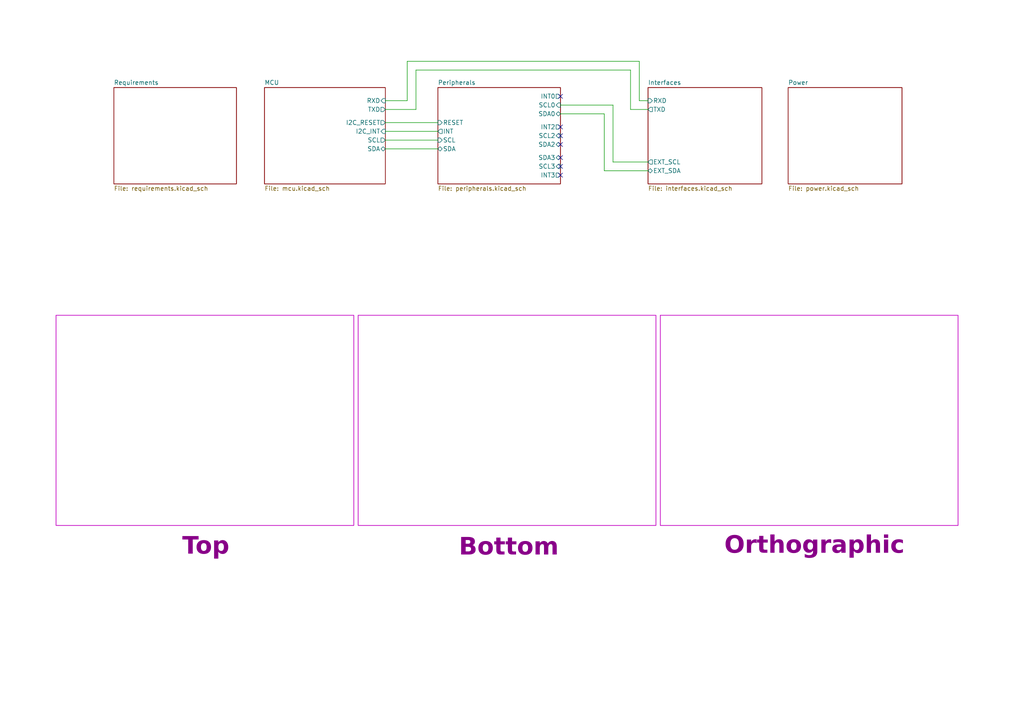
<source format=kicad_sch>
(kicad_sch (version 20250114) (generator "eeschema") (generator_version "9.0")
  (paper "A4")
  (title_block (title "Environment Module") (date "<<release-date>>") (rev "<<tag>>") (comment 1 "<<hash>>"))
  (lib_symbols)
  (rectangle (start 191.516 91.44) (end 277.876 152.4) (stroke (width 0.2) (color 194 0 194 1)))
  (rectangle (start 16.256 91.44) (end 102.616 152.4) (stroke (width 0.2) (color 194 0 194 1)))
  (rectangle (start 103.886 91.44) (end 190.246 152.4) (stroke (width 0.2) (color 194 0 194 1)))
  (text "Bottom" (at 147.574 160.274 0) (effects (font (size 5 5) (bold yes))))
  (text "Top" (at 59.69 160.02 0) (effects (font (size 5 5) (bold yes))))
  (text "Orthographic" (at 236.22 159.766 0) (effects (font (size 5 5) (bold yes))))
  (no_connect (at 162.56 48.26))
  (no_connect (at 162.56 39.37))
  (no_connect (at 162.56 50.8))
  (no_connect (at 162.56 27.94))
  (no_connect (at 162.56 41.91))
  (no_connect (at 162.56 36.83))
  (no_connect (at 162.56 45.72))
  (wire (pts (xy 187.96 29.21) (xy 185.42 29.21)))
  (wire (pts (xy 175.26 49.53) (xy 175.26 33.02)))
  (wire (pts (xy 118.11 17.78) (xy 118.11 29.21)))
  (wire (pts (xy 182.88 20.32) (xy 182.88 31.75)))
  (wire (pts (xy 162.56 30.48) (xy 177.8 30.48)))
  (wire (pts (xy 120.65 20.32) (xy 182.88 20.32)))
  (wire (pts (xy 177.8 46.99) (xy 187.96 46.99)))
  (wire (pts (xy 120.65 31.75) (xy 120.65 20.32)))
  (wire (pts (xy 111.76 38.1) (xy 127 38.1)))
  (wire (pts (xy 111.76 43.18) (xy 127 43.18)))
  (wire (pts (xy 111.76 29.21) (xy 118.11 29.21)))
  (wire (pts (xy 182.88 31.75) (xy 187.96 31.75)))
  (wire (pts (xy 177.8 30.48) (xy 177.8 46.99)))
  (wire (pts (xy 185.42 17.78) (xy 118.11 17.78)))
  (wire (pts (xy 162.56 33.02) (xy 175.26 33.02)))
  (wire (pts (xy 185.42 29.21) (xy 185.42 17.78)))
  (wire (pts (xy 111.76 40.64) (xy 127 40.64)))
  (wire (pts (xy 111.76 35.56) (xy 127 35.56)))
  (wire (pts (xy 187.96 49.53) (xy 175.26 49.53)))
  (wire (pts (xy 111.76 31.75) (xy 120.65 31.75)))
  (sheet (at 33.0199 25.3999) (size 35.56 27.94) (stroke (width 0.1524))
    (property "Sheetname" "Requirements" (at 33.0199 24.6883 0) (effects (justify left bottom)))
    (property "Sheetfile" "requirements.kicad_sch" (at 33.0199 53.9245 0) (effects (justify left top)))
  )
  (sheet (at 76.708 25.4) (size 35.052 27.94) (stroke (width 0.1524))
    (property "Sheetname" "MCU" (at 76.708 24.6884 0) (effects (justify left bottom)))
    (property "Sheetfile" "mcu.kicad_sch" (at 76.708 53.9246 0) (effects (justify left top)))
    (pin "RXD" input (at 111.76 29.21 0))
    (pin "SCL" output (at 111.76 40.64 0))
    (pin "SDA" bidirectional (at 111.76 43.18 0))
    (pin "TXD" output (at 111.76 31.75 0))
    (pin "I2C_INT" input (at 111.76 38.1 0))
    (pin "I2C_RESET" output (at 111.76 35.56 0))
  )
  (sheet (at 127 25.4) (size 35.56 27.94) (stroke (width 0.1524))
    (property "Sheetname" "Peripherals" (at 127 24.6884 0) (effects (justify left bottom)))
    (property "Sheetfile" "peripherals.kicad_sch" (at 127 53.9246 0) (effects (justify left top)))
    (pin "INT" output (at 127 38.1 180))
    (pin "INT0" output (at 162.56 27.94 0))
    (pin "INT2" output (at 162.56 36.83 0))
    (pin "INT3" output (at 162.56 50.8 0))
    (pin "RESET" input (at 127 35.56 180))
    (pin "SCL" input (at 127 40.64 180))
    (pin "SCL0" input (at 162.56 30.48 0))
    (pin "SCL2" input (at 162.56 39.37 0))
    (pin "SCL3" input (at 162.56 48.26 0))
    (pin "SDA" bidirectional (at 127 43.18 180))
    (pin "SDA0" bidirectional (at 162.56 33.02 0))
    (pin "SDA2" bidirectional (at 162.56 41.91 0))
    (pin "SDA3" bidirectional (at 162.56 45.72 0))
  )
  (sheet (at 187.96 25.4) (size 33.02 27.94) (stroke (width 0.1524))
    (property "Sheetname" "Interfaces" (at 187.96 24.6884 0) (effects (justify left bottom)))
    (property "Sheetfile" "interfaces.kicad_sch" (at 187.96 53.9246 0) (effects (justify left top)))
    (pin "EXT_SCL" output (at 187.96 46.99 180))
    (pin "EXT_SDA" bidirectional (at 187.96 49.53 180))
    (pin "RXD" input (at 187.96 29.21 180))
    (pin "TXD" output (at 187.96 31.75 180))
  )
  (sheet (at 228.6 25.4) (size 33.02 27.94) (stroke (width 0.1524))
    (property "Sheetname" "Power" (at 228.6 24.6884 0) (effects (justify left bottom)))
    (property "Sheetfile" "power.kicad_sch" (at 228.6 53.9246 0) (effects (justify left top)))
  )
)
</source>
